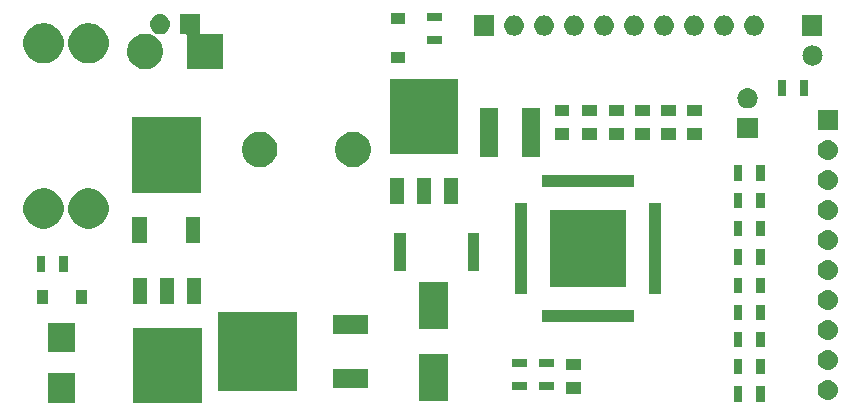
<source format=gts>
%TF.GenerationSoftware,KiCad,Pcbnew,(5.0.2)-1*%
%TF.CreationDate,2019-01-18T18:03:32+08:00*%
%TF.ProjectId,TLF35584 breakout,544c4633-3535-4383-9420-627265616b6f,rev?*%
%TF.SameCoordinates,Original*%
%TF.FileFunction,Soldermask,Top*%
%TF.FilePolarity,Negative*%
%FSLAX46Y46*%
G04 Gerber Fmt 4.6, Leading zero omitted, Abs format (unit mm)*
G04 Created by KiCad (PCBNEW (5.0.2)-1) date 18/01/2019 18:03:32*
%MOMM*%
%LPD*%
G01*
G04 APERTURE LIST*
%ADD10C,0.500000*%
G04 APERTURE END LIST*
D10*
G36*
X131575000Y-112575000D02*
X125775000Y-112575000D01*
X125775000Y-106175000D01*
X131575000Y-106175000D01*
X131575000Y-112575000D01*
X131575000Y-112575000D01*
G37*
G36*
X120850000Y-112550000D02*
X118550000Y-112550000D01*
X118550000Y-110050000D01*
X120850000Y-110050000D01*
X120850000Y-112550000D01*
X120850000Y-112550000D01*
G37*
G36*
X179250000Y-112450000D02*
X178550000Y-112450000D01*
X178550000Y-111150000D01*
X179250000Y-111150000D01*
X179250000Y-112450000D01*
X179250000Y-112450000D01*
G37*
G36*
X177350000Y-112450000D02*
X176650000Y-112450000D01*
X176650000Y-111150000D01*
X177350000Y-111150000D01*
X177350000Y-112450000D01*
X177350000Y-112450000D01*
G37*
G36*
X152450000Y-112400000D02*
X149950000Y-112400000D01*
X149950000Y-108400000D01*
X152450000Y-108400000D01*
X152450000Y-112400000D01*
X152450000Y-112400000D01*
G37*
G36*
X184766630Y-110622299D02*
X184926855Y-110670903D01*
X185074520Y-110749831D01*
X185203949Y-110856051D01*
X185310169Y-110985480D01*
X185389097Y-111133145D01*
X185437701Y-111293370D01*
X185454112Y-111460000D01*
X185437701Y-111626630D01*
X185389097Y-111786855D01*
X185310169Y-111934520D01*
X185203949Y-112063949D01*
X185074520Y-112170169D01*
X184926855Y-112249097D01*
X184766630Y-112297701D01*
X184641752Y-112310000D01*
X184558248Y-112310000D01*
X184433370Y-112297701D01*
X184273145Y-112249097D01*
X184125480Y-112170169D01*
X183996051Y-112063949D01*
X183889831Y-111934520D01*
X183810903Y-111786855D01*
X183762299Y-111626630D01*
X183745888Y-111460000D01*
X183762299Y-111293370D01*
X183810903Y-111133145D01*
X183889831Y-110985480D01*
X183996051Y-110856051D01*
X184125480Y-110749831D01*
X184273145Y-110670903D01*
X184433370Y-110622299D01*
X184558248Y-110610000D01*
X184641752Y-110610000D01*
X184766630Y-110622299D01*
X184766630Y-110622299D01*
G37*
G36*
X163725000Y-111800000D02*
X162475000Y-111800000D01*
X162475000Y-110800000D01*
X163725000Y-110800000D01*
X163725000Y-111800000D01*
X163725000Y-111800000D01*
G37*
G36*
X139700000Y-111550000D02*
X133000000Y-111550000D01*
X133000000Y-104850000D01*
X139700000Y-104850000D01*
X139700000Y-111550000D01*
X139700000Y-111550000D01*
G37*
G36*
X161450000Y-111450000D02*
X160150000Y-111450000D01*
X160150000Y-110750000D01*
X161450000Y-110750000D01*
X161450000Y-111450000D01*
X161450000Y-111450000D01*
G37*
G36*
X159150000Y-111450000D02*
X157850000Y-111450000D01*
X157850000Y-110750000D01*
X159150000Y-110750000D01*
X159150000Y-111450000D01*
X159150000Y-111450000D01*
G37*
G36*
X145700000Y-111300000D02*
X142700000Y-111300000D01*
X142700000Y-109700000D01*
X145700000Y-109700000D01*
X145700000Y-111300000D01*
X145700000Y-111300000D01*
G37*
G36*
X177350000Y-110150000D02*
X176650000Y-110150000D01*
X176650000Y-108850000D01*
X177350000Y-108850000D01*
X177350000Y-110150000D01*
X177350000Y-110150000D01*
G37*
G36*
X179250000Y-110150000D02*
X178550000Y-110150000D01*
X178550000Y-108850000D01*
X179250000Y-108850000D01*
X179250000Y-110150000D01*
X179250000Y-110150000D01*
G37*
G36*
X163725000Y-109800000D02*
X162475000Y-109800000D01*
X162475000Y-108800000D01*
X163725000Y-108800000D01*
X163725000Y-109800000D01*
X163725000Y-109800000D01*
G37*
G36*
X184766630Y-108082299D02*
X184926855Y-108130903D01*
X185074520Y-108209831D01*
X185203949Y-108316051D01*
X185310169Y-108445480D01*
X185389097Y-108593145D01*
X185437701Y-108753370D01*
X185454112Y-108920000D01*
X185437701Y-109086630D01*
X185389097Y-109246855D01*
X185310169Y-109394520D01*
X185203949Y-109523949D01*
X185074520Y-109630169D01*
X184926855Y-109709097D01*
X184766630Y-109757701D01*
X184641752Y-109770000D01*
X184558248Y-109770000D01*
X184433370Y-109757701D01*
X184273145Y-109709097D01*
X184125480Y-109630169D01*
X183996051Y-109523949D01*
X183889831Y-109394520D01*
X183810903Y-109246855D01*
X183762299Y-109086630D01*
X183745888Y-108920000D01*
X183762299Y-108753370D01*
X183810903Y-108593145D01*
X183889831Y-108445480D01*
X183996051Y-108316051D01*
X184125480Y-108209831D01*
X184273145Y-108130903D01*
X184433370Y-108082299D01*
X184558248Y-108070000D01*
X184641752Y-108070000D01*
X184766630Y-108082299D01*
X184766630Y-108082299D01*
G37*
G36*
X159150000Y-109550000D02*
X157850000Y-109550000D01*
X157850000Y-108850000D01*
X159150000Y-108850000D01*
X159150000Y-109550000D01*
X159150000Y-109550000D01*
G37*
G36*
X161450000Y-109550000D02*
X160150000Y-109550000D01*
X160150000Y-108850000D01*
X161450000Y-108850000D01*
X161450000Y-109550000D01*
X161450000Y-109550000D01*
G37*
G36*
X120850000Y-108250000D02*
X118550000Y-108250000D01*
X118550000Y-105750000D01*
X120850000Y-105750000D01*
X120850000Y-108250000D01*
X120850000Y-108250000D01*
G37*
G36*
X179250000Y-107850000D02*
X178550000Y-107850000D01*
X178550000Y-106550000D01*
X179250000Y-106550000D01*
X179250000Y-107850000D01*
X179250000Y-107850000D01*
G37*
G36*
X177350000Y-107850000D02*
X176650000Y-107850000D01*
X176650000Y-106550000D01*
X177350000Y-106550000D01*
X177350000Y-107850000D01*
X177350000Y-107850000D01*
G37*
G36*
X184766630Y-105542299D02*
X184926855Y-105590903D01*
X185074520Y-105669831D01*
X185203949Y-105776051D01*
X185310169Y-105905480D01*
X185389097Y-106053145D01*
X185437701Y-106213370D01*
X185454112Y-106380000D01*
X185437701Y-106546630D01*
X185389097Y-106706855D01*
X185310169Y-106854520D01*
X185203949Y-106983949D01*
X185074520Y-107090169D01*
X184926855Y-107169097D01*
X184766630Y-107217701D01*
X184641752Y-107230000D01*
X184558248Y-107230000D01*
X184433370Y-107217701D01*
X184273145Y-107169097D01*
X184125480Y-107090169D01*
X183996051Y-106983949D01*
X183889831Y-106854520D01*
X183810903Y-106706855D01*
X183762299Y-106546630D01*
X183745888Y-106380000D01*
X183762299Y-106213370D01*
X183810903Y-106053145D01*
X183889831Y-105905480D01*
X183996051Y-105776051D01*
X184125480Y-105669831D01*
X184273145Y-105590903D01*
X184433370Y-105542299D01*
X184558248Y-105530000D01*
X184641752Y-105530000D01*
X184766630Y-105542299D01*
X184766630Y-105542299D01*
G37*
G36*
X145700000Y-106720000D02*
X142700000Y-106720000D01*
X142700000Y-105120000D01*
X145700000Y-105120000D01*
X145700000Y-106720000D01*
X145700000Y-106720000D01*
G37*
G36*
X152450000Y-106300000D02*
X149950000Y-106300000D01*
X149950000Y-102300000D01*
X152450000Y-102300000D01*
X152450000Y-106300000D01*
X152450000Y-106300000D01*
G37*
G36*
X168175000Y-105700000D02*
X160425000Y-105700000D01*
X160425000Y-104700000D01*
X168175000Y-104700000D01*
X168175000Y-105700000D01*
X168175000Y-105700000D01*
G37*
G36*
X177350000Y-105550000D02*
X176650000Y-105550000D01*
X176650000Y-104250000D01*
X177350000Y-104250000D01*
X177350000Y-105550000D01*
X177350000Y-105550000D01*
G37*
G36*
X179250000Y-105550000D02*
X178550000Y-105550000D01*
X178550000Y-104250000D01*
X179250000Y-104250000D01*
X179250000Y-105550000D01*
X179250000Y-105550000D01*
G37*
G36*
X184766630Y-103002299D02*
X184926855Y-103050903D01*
X185074520Y-103129831D01*
X185203949Y-103236051D01*
X185310169Y-103365480D01*
X185389097Y-103513145D01*
X185437701Y-103673370D01*
X185454112Y-103840000D01*
X185437701Y-104006630D01*
X185389097Y-104166855D01*
X185310169Y-104314520D01*
X185203949Y-104443949D01*
X185074520Y-104550169D01*
X184926855Y-104629097D01*
X184766630Y-104677701D01*
X184641752Y-104690000D01*
X184558248Y-104690000D01*
X184433370Y-104677701D01*
X184273145Y-104629097D01*
X184125480Y-104550169D01*
X183996051Y-104443949D01*
X183889831Y-104314520D01*
X183810903Y-104166855D01*
X183762299Y-104006630D01*
X183745888Y-103840000D01*
X183762299Y-103673370D01*
X183810903Y-103513145D01*
X183889831Y-103365480D01*
X183996051Y-103236051D01*
X184125480Y-103129831D01*
X184273145Y-103050903D01*
X184433370Y-103002299D01*
X184558248Y-102990000D01*
X184641752Y-102990000D01*
X184766630Y-103002299D01*
X184766630Y-103002299D01*
G37*
G36*
X118550000Y-104200000D02*
X117650000Y-104200000D01*
X117650000Y-103000000D01*
X118550000Y-103000000D01*
X118550000Y-104200000D01*
X118550000Y-104200000D01*
G37*
G36*
X121850000Y-104200000D02*
X120950000Y-104200000D01*
X120950000Y-103000000D01*
X121850000Y-103000000D01*
X121850000Y-104200000D01*
X121850000Y-104200000D01*
G37*
G36*
X126995000Y-104175000D02*
X125795000Y-104175000D01*
X125795000Y-101975000D01*
X126995000Y-101975000D01*
X126995000Y-104175000D01*
X126995000Y-104175000D01*
G37*
G36*
X131555000Y-104175000D02*
X130355000Y-104175000D01*
X130355000Y-101975000D01*
X131555000Y-101975000D01*
X131555000Y-104175000D01*
X131555000Y-104175000D01*
G37*
G36*
X129275000Y-104175000D02*
X128075000Y-104175000D01*
X128075000Y-101975000D01*
X129275000Y-101975000D01*
X129275000Y-104175000D01*
X129275000Y-104175000D01*
G37*
G36*
X170500000Y-103375000D02*
X169500000Y-103375000D01*
X169500000Y-95625000D01*
X170500000Y-95625000D01*
X170500000Y-103375000D01*
X170500000Y-103375000D01*
G37*
G36*
X159100000Y-103375000D02*
X158100000Y-103375000D01*
X158100000Y-95625000D01*
X159100000Y-95625000D01*
X159100000Y-103375000D01*
X159100000Y-103375000D01*
G37*
G36*
X179250000Y-103250000D02*
X178550000Y-103250000D01*
X178550000Y-101950000D01*
X179250000Y-101950000D01*
X179250000Y-103250000D01*
X179250000Y-103250000D01*
G37*
G36*
X177350000Y-103250000D02*
X176650000Y-103250000D01*
X176650000Y-101950000D01*
X177350000Y-101950000D01*
X177350000Y-103250000D01*
X177350000Y-103250000D01*
G37*
G36*
X167550000Y-102750000D02*
X161050000Y-102750000D01*
X161050000Y-96250000D01*
X167550000Y-96250000D01*
X167550000Y-102750000D01*
X167550000Y-102750000D01*
G37*
G36*
X184766630Y-100462299D02*
X184926855Y-100510903D01*
X185074520Y-100589831D01*
X185203949Y-100696051D01*
X185310169Y-100825480D01*
X185389097Y-100973145D01*
X185437701Y-101133370D01*
X185454112Y-101300000D01*
X185437701Y-101466630D01*
X185389097Y-101626855D01*
X185310169Y-101774520D01*
X185203949Y-101903949D01*
X185074520Y-102010169D01*
X184926855Y-102089097D01*
X184766630Y-102137701D01*
X184641752Y-102150000D01*
X184558248Y-102150000D01*
X184433370Y-102137701D01*
X184273145Y-102089097D01*
X184125480Y-102010169D01*
X183996051Y-101903949D01*
X183889831Y-101774520D01*
X183810903Y-101626855D01*
X183762299Y-101466630D01*
X183745888Y-101300000D01*
X183762299Y-101133370D01*
X183810903Y-100973145D01*
X183889831Y-100825480D01*
X183996051Y-100696051D01*
X184125480Y-100589831D01*
X184273145Y-100510903D01*
X184433370Y-100462299D01*
X184558248Y-100450000D01*
X184641752Y-100450000D01*
X184766630Y-100462299D01*
X184766630Y-100462299D01*
G37*
G36*
X120250000Y-101450000D02*
X119550000Y-101450000D01*
X119550000Y-100150000D01*
X120250000Y-100150000D01*
X120250000Y-101450000D01*
X120250000Y-101450000D01*
G37*
G36*
X118350000Y-101450000D02*
X117650000Y-101450000D01*
X117650000Y-100150000D01*
X118350000Y-100150000D01*
X118350000Y-101450000D01*
X118350000Y-101450000D01*
G37*
G36*
X155100000Y-101400000D02*
X154100000Y-101400000D01*
X154100000Y-98200000D01*
X155100000Y-98200000D01*
X155100000Y-101400000D01*
X155100000Y-101400000D01*
G37*
G36*
X148900000Y-101400000D02*
X147900000Y-101400000D01*
X147900000Y-98200000D01*
X148900000Y-98200000D01*
X148900000Y-101400000D01*
X148900000Y-101400000D01*
G37*
G36*
X177350000Y-100850000D02*
X176650000Y-100850000D01*
X176650000Y-99550000D01*
X177350000Y-99550000D01*
X177350000Y-100850000D01*
X177350000Y-100850000D01*
G37*
G36*
X179250000Y-100850000D02*
X178550000Y-100850000D01*
X178550000Y-99550000D01*
X179250000Y-99550000D01*
X179250000Y-100850000D01*
X179250000Y-100850000D01*
G37*
G36*
X184766630Y-97922299D02*
X184926855Y-97970903D01*
X185074520Y-98049831D01*
X185203949Y-98156051D01*
X185310169Y-98285480D01*
X185389097Y-98433145D01*
X185437701Y-98593370D01*
X185454112Y-98760000D01*
X185437701Y-98926630D01*
X185389097Y-99086855D01*
X185310169Y-99234520D01*
X185203949Y-99363949D01*
X185074520Y-99470169D01*
X184926855Y-99549097D01*
X184766630Y-99597701D01*
X184641752Y-99610000D01*
X184558248Y-99610000D01*
X184433370Y-99597701D01*
X184273145Y-99549097D01*
X184125480Y-99470169D01*
X183996051Y-99363949D01*
X183889831Y-99234520D01*
X183810903Y-99086855D01*
X183762299Y-98926630D01*
X183745888Y-98760000D01*
X183762299Y-98593370D01*
X183810903Y-98433145D01*
X183889831Y-98285480D01*
X183996051Y-98156051D01*
X184125480Y-98049831D01*
X184273145Y-97970903D01*
X184433370Y-97922299D01*
X184558248Y-97910000D01*
X184641752Y-97910000D01*
X184766630Y-97922299D01*
X184766630Y-97922299D01*
G37*
G36*
X126920000Y-98975000D02*
X125720000Y-98975000D01*
X125720000Y-96775000D01*
X126920000Y-96775000D01*
X126920000Y-98975000D01*
X126920000Y-98975000D01*
G37*
G36*
X131480000Y-98975000D02*
X130280000Y-98975000D01*
X130280000Y-96775000D01*
X131480000Y-96775000D01*
X131480000Y-98975000D01*
X131480000Y-98975000D01*
G37*
G36*
X179250000Y-98450000D02*
X178550000Y-98450000D01*
X178550000Y-97150000D01*
X179250000Y-97150000D01*
X179250000Y-98450000D01*
X179250000Y-98450000D01*
G37*
G36*
X177350000Y-98450000D02*
X176650000Y-98450000D01*
X176650000Y-97150000D01*
X177350000Y-97150000D01*
X177350000Y-98450000D01*
X177350000Y-98450000D01*
G37*
G36*
X118586393Y-94443553D02*
X118695872Y-94465330D01*
X119005252Y-94593479D01*
X119283687Y-94779523D01*
X119520477Y-95016313D01*
X119706521Y-95294748D01*
X119834670Y-95604128D01*
X119900000Y-95932565D01*
X119900000Y-96267435D01*
X119834670Y-96595872D01*
X119706521Y-96905252D01*
X119520477Y-97183687D01*
X119283687Y-97420477D01*
X119005252Y-97606521D01*
X118695872Y-97734670D01*
X118586393Y-97756447D01*
X118367437Y-97800000D01*
X118032563Y-97800000D01*
X117813607Y-97756447D01*
X117704128Y-97734670D01*
X117394748Y-97606521D01*
X117116313Y-97420477D01*
X116879523Y-97183687D01*
X116693479Y-96905252D01*
X116565330Y-96595872D01*
X116500000Y-96267435D01*
X116500000Y-95932565D01*
X116565330Y-95604128D01*
X116693479Y-95294748D01*
X116879523Y-95016313D01*
X117116313Y-94779523D01*
X117394748Y-94593479D01*
X117704128Y-94465330D01*
X117813607Y-94443553D01*
X118032563Y-94400000D01*
X118367437Y-94400000D01*
X118586393Y-94443553D01*
X118586393Y-94443553D01*
G37*
G36*
X122386393Y-94443553D02*
X122495872Y-94465330D01*
X122805252Y-94593479D01*
X123083687Y-94779523D01*
X123320477Y-95016313D01*
X123506521Y-95294748D01*
X123634670Y-95604128D01*
X123700000Y-95932565D01*
X123700000Y-96267435D01*
X123634670Y-96595872D01*
X123506521Y-96905252D01*
X123320477Y-97183687D01*
X123083687Y-97420477D01*
X122805252Y-97606521D01*
X122495872Y-97734670D01*
X122386393Y-97756447D01*
X122167437Y-97800000D01*
X121832563Y-97800000D01*
X121613607Y-97756447D01*
X121504128Y-97734670D01*
X121194748Y-97606521D01*
X120916313Y-97420477D01*
X120679523Y-97183687D01*
X120493479Y-96905252D01*
X120365330Y-96595872D01*
X120300000Y-96267435D01*
X120300000Y-95932565D01*
X120365330Y-95604128D01*
X120493479Y-95294748D01*
X120679523Y-95016313D01*
X120916313Y-94779523D01*
X121194748Y-94593479D01*
X121504128Y-94465330D01*
X121613607Y-94443553D01*
X121832563Y-94400000D01*
X122167437Y-94400000D01*
X122386393Y-94443553D01*
X122386393Y-94443553D01*
G37*
G36*
X184766630Y-95382299D02*
X184926855Y-95430903D01*
X185074520Y-95509831D01*
X185203949Y-95616051D01*
X185310169Y-95745480D01*
X185389097Y-95893145D01*
X185437701Y-96053370D01*
X185454112Y-96220000D01*
X185437701Y-96386630D01*
X185389097Y-96546855D01*
X185310169Y-96694520D01*
X185203949Y-96823949D01*
X185074520Y-96930169D01*
X184926855Y-97009097D01*
X184766630Y-97057701D01*
X184641752Y-97070000D01*
X184558248Y-97070000D01*
X184433370Y-97057701D01*
X184273145Y-97009097D01*
X184125480Y-96930169D01*
X183996051Y-96823949D01*
X183889831Y-96694520D01*
X183810903Y-96546855D01*
X183762299Y-96386630D01*
X183745888Y-96220000D01*
X183762299Y-96053370D01*
X183810903Y-95893145D01*
X183889831Y-95745480D01*
X183996051Y-95616051D01*
X184125480Y-95509831D01*
X184273145Y-95430903D01*
X184433370Y-95382299D01*
X184558248Y-95370000D01*
X184641752Y-95370000D01*
X184766630Y-95382299D01*
X184766630Y-95382299D01*
G37*
G36*
X177350000Y-96050000D02*
X176650000Y-96050000D01*
X176650000Y-94750000D01*
X177350000Y-94750000D01*
X177350000Y-96050000D01*
X177350000Y-96050000D01*
G37*
G36*
X179250000Y-96050000D02*
X178550000Y-96050000D01*
X178550000Y-94750000D01*
X179250000Y-94750000D01*
X179250000Y-96050000D01*
X179250000Y-96050000D01*
G37*
G36*
X151000000Y-95700000D02*
X149800000Y-95700000D01*
X149800000Y-93500000D01*
X151000000Y-93500000D01*
X151000000Y-95700000D01*
X151000000Y-95700000D01*
G37*
G36*
X148720000Y-95700000D02*
X147520000Y-95700000D01*
X147520000Y-93500000D01*
X148720000Y-93500000D01*
X148720000Y-95700000D01*
X148720000Y-95700000D01*
G37*
G36*
X153280000Y-95700000D02*
X152080000Y-95700000D01*
X152080000Y-93500000D01*
X153280000Y-93500000D01*
X153280000Y-95700000D01*
X153280000Y-95700000D01*
G37*
G36*
X131500000Y-94775000D02*
X125700000Y-94775000D01*
X125700000Y-88375000D01*
X131500000Y-88375000D01*
X131500000Y-94775000D01*
X131500000Y-94775000D01*
G37*
G36*
X184766630Y-92842299D02*
X184926855Y-92890903D01*
X185074520Y-92969831D01*
X185203949Y-93076051D01*
X185310169Y-93205480D01*
X185389097Y-93353145D01*
X185437701Y-93513370D01*
X185454112Y-93680000D01*
X185437701Y-93846630D01*
X185389097Y-94006855D01*
X185310169Y-94154520D01*
X185203949Y-94283949D01*
X185074520Y-94390169D01*
X184926855Y-94469097D01*
X184766630Y-94517701D01*
X184641752Y-94530000D01*
X184558248Y-94530000D01*
X184433370Y-94517701D01*
X184273145Y-94469097D01*
X184125480Y-94390169D01*
X183996051Y-94283949D01*
X183889831Y-94154520D01*
X183810903Y-94006855D01*
X183762299Y-93846630D01*
X183745888Y-93680000D01*
X183762299Y-93513370D01*
X183810903Y-93353145D01*
X183889831Y-93205480D01*
X183996051Y-93076051D01*
X184125480Y-92969831D01*
X184273145Y-92890903D01*
X184433370Y-92842299D01*
X184558248Y-92830000D01*
X184641752Y-92830000D01*
X184766630Y-92842299D01*
X184766630Y-92842299D01*
G37*
G36*
X168175000Y-94300000D02*
X160425000Y-94300000D01*
X160425000Y-93300000D01*
X168175000Y-93300000D01*
X168175000Y-94300000D01*
X168175000Y-94300000D01*
G37*
G36*
X177350000Y-93750000D02*
X176650000Y-93750000D01*
X176650000Y-92450000D01*
X177350000Y-92450000D01*
X177350000Y-93750000D01*
X177350000Y-93750000D01*
G37*
G36*
X179250000Y-93750000D02*
X178550000Y-93750000D01*
X178550000Y-92450000D01*
X179250000Y-92450000D01*
X179250000Y-93750000D01*
X179250000Y-93750000D01*
G37*
G36*
X136840935Y-89638429D02*
X136937534Y-89657644D01*
X137210517Y-89770717D01*
X137452920Y-89932687D01*
X137456197Y-89934876D01*
X137665124Y-90143803D01*
X137665126Y-90143806D01*
X137829283Y-90389483D01*
X137942356Y-90662466D01*
X137942956Y-90665481D01*
X138000000Y-90952261D01*
X138000000Y-91247739D01*
X137942356Y-91537533D01*
X137829284Y-91810515D01*
X137665124Y-92056197D01*
X137456197Y-92265124D01*
X137456194Y-92265126D01*
X137210517Y-92429283D01*
X136937534Y-92542356D01*
X136840935Y-92561571D01*
X136647739Y-92600000D01*
X136352261Y-92600000D01*
X136159065Y-92561571D01*
X136062466Y-92542356D01*
X135789483Y-92429283D01*
X135543806Y-92265126D01*
X135543803Y-92265124D01*
X135334876Y-92056197D01*
X135170716Y-91810515D01*
X135057644Y-91537533D01*
X135000000Y-91247739D01*
X135000000Y-90952261D01*
X135057044Y-90665481D01*
X135057644Y-90662466D01*
X135170717Y-90389483D01*
X135334874Y-90143806D01*
X135334876Y-90143803D01*
X135543803Y-89934876D01*
X135547080Y-89932687D01*
X135789483Y-89770717D01*
X136062466Y-89657644D01*
X136159065Y-89638429D01*
X136352261Y-89600000D01*
X136647739Y-89600000D01*
X136840935Y-89638429D01*
X136840935Y-89638429D01*
G37*
G36*
X144740935Y-89638429D02*
X144837534Y-89657644D01*
X145110517Y-89770717D01*
X145352920Y-89932687D01*
X145356197Y-89934876D01*
X145565124Y-90143803D01*
X145565126Y-90143806D01*
X145729283Y-90389483D01*
X145842356Y-90662466D01*
X145842956Y-90665481D01*
X145900000Y-90952261D01*
X145900000Y-91247739D01*
X145842356Y-91537533D01*
X145729284Y-91810515D01*
X145565124Y-92056197D01*
X145356197Y-92265124D01*
X145356194Y-92265126D01*
X145110517Y-92429283D01*
X144837534Y-92542356D01*
X144740935Y-92561571D01*
X144547739Y-92600000D01*
X144252261Y-92600000D01*
X144059065Y-92561571D01*
X143962466Y-92542356D01*
X143689483Y-92429283D01*
X143443806Y-92265126D01*
X143443803Y-92265124D01*
X143234876Y-92056197D01*
X143070716Y-91810515D01*
X142957644Y-91537533D01*
X142900000Y-91247739D01*
X142900000Y-90952261D01*
X142957044Y-90665481D01*
X142957644Y-90662466D01*
X143070717Y-90389483D01*
X143234874Y-90143806D01*
X143234876Y-90143803D01*
X143443803Y-89934876D01*
X143447080Y-89932687D01*
X143689483Y-89770717D01*
X143962466Y-89657644D01*
X144059065Y-89638429D01*
X144252261Y-89600000D01*
X144547739Y-89600000D01*
X144740935Y-89638429D01*
X144740935Y-89638429D01*
G37*
G36*
X184766630Y-90302299D02*
X184926855Y-90350903D01*
X185074520Y-90429831D01*
X185203949Y-90536051D01*
X185310169Y-90665480D01*
X185389097Y-90813145D01*
X185437701Y-90973370D01*
X185454112Y-91140000D01*
X185437701Y-91306630D01*
X185389097Y-91466855D01*
X185310169Y-91614520D01*
X185203949Y-91743949D01*
X185074520Y-91850169D01*
X184926855Y-91929097D01*
X184766630Y-91977701D01*
X184641752Y-91990000D01*
X184558248Y-91990000D01*
X184433370Y-91977701D01*
X184273145Y-91929097D01*
X184125480Y-91850169D01*
X183996051Y-91743949D01*
X183889831Y-91614520D01*
X183810903Y-91466855D01*
X183762299Y-91306630D01*
X183745888Y-91140000D01*
X183762299Y-90973370D01*
X183810903Y-90813145D01*
X183889831Y-90665480D01*
X183996051Y-90536051D01*
X184125480Y-90429831D01*
X184273145Y-90350903D01*
X184433370Y-90302299D01*
X184558248Y-90290000D01*
X184641752Y-90290000D01*
X184766630Y-90302299D01*
X184766630Y-90302299D01*
G37*
G36*
X156650000Y-91750000D02*
X155150000Y-91750000D01*
X155150000Y-87550000D01*
X156650000Y-87550000D01*
X156650000Y-91750000D01*
X156650000Y-91750000D01*
G37*
G36*
X160250000Y-91750000D02*
X158750000Y-91750000D01*
X158750000Y-87550000D01*
X160250000Y-87550000D01*
X160250000Y-91750000D01*
X160250000Y-91750000D01*
G37*
G36*
X153300000Y-91500000D02*
X147500000Y-91500000D01*
X147500000Y-85100000D01*
X153300000Y-85100000D01*
X153300000Y-91500000D01*
X153300000Y-91500000D01*
G37*
G36*
X162725000Y-90300000D02*
X161475000Y-90300000D01*
X161475000Y-89300000D01*
X162725000Y-89300000D01*
X162725000Y-90300000D01*
X162725000Y-90300000D01*
G37*
G36*
X173925000Y-90300000D02*
X172675000Y-90300000D01*
X172675000Y-89300000D01*
X173925000Y-89300000D01*
X173925000Y-90300000D01*
X173925000Y-90300000D01*
G37*
G36*
X171725000Y-90300000D02*
X170475000Y-90300000D01*
X170475000Y-89300000D01*
X171725000Y-89300000D01*
X171725000Y-90300000D01*
X171725000Y-90300000D01*
G37*
G36*
X169525000Y-90300000D02*
X168275000Y-90300000D01*
X168275000Y-89300000D01*
X169525000Y-89300000D01*
X169525000Y-90300000D01*
X169525000Y-90300000D01*
G37*
G36*
X167325000Y-90300000D02*
X166075000Y-90300000D01*
X166075000Y-89300000D01*
X167325000Y-89300000D01*
X167325000Y-90300000D01*
X167325000Y-90300000D01*
G37*
G36*
X165025000Y-90300000D02*
X163775000Y-90300000D01*
X163775000Y-89300000D01*
X165025000Y-89300000D01*
X165025000Y-90300000D01*
X165025000Y-90300000D01*
G37*
G36*
X178650000Y-90150000D02*
X176950000Y-90150000D01*
X176950000Y-88450000D01*
X178650000Y-88450000D01*
X178650000Y-90150000D01*
X178650000Y-90150000D01*
G37*
G36*
X185450000Y-89450000D02*
X183750000Y-89450000D01*
X183750000Y-87750000D01*
X185450000Y-87750000D01*
X185450000Y-89450000D01*
X185450000Y-89450000D01*
G37*
G36*
X173925000Y-88300000D02*
X172675000Y-88300000D01*
X172675000Y-87300000D01*
X173925000Y-87300000D01*
X173925000Y-88300000D01*
X173925000Y-88300000D01*
G37*
G36*
X162725000Y-88300000D02*
X161475000Y-88300000D01*
X161475000Y-87300000D01*
X162725000Y-87300000D01*
X162725000Y-88300000D01*
X162725000Y-88300000D01*
G37*
G36*
X165025000Y-88300000D02*
X163775000Y-88300000D01*
X163775000Y-87300000D01*
X165025000Y-87300000D01*
X165025000Y-88300000D01*
X165025000Y-88300000D01*
G37*
G36*
X169525000Y-88300000D02*
X168275000Y-88300000D01*
X168275000Y-87300000D01*
X169525000Y-87300000D01*
X169525000Y-88300000D01*
X169525000Y-88300000D01*
G37*
G36*
X171725000Y-88300000D02*
X170475000Y-88300000D01*
X170475000Y-87300000D01*
X171725000Y-87300000D01*
X171725000Y-88300000D01*
X171725000Y-88300000D01*
G37*
G36*
X167325000Y-88300000D02*
X166075000Y-88300000D01*
X166075000Y-87300000D01*
X167325000Y-87300000D01*
X167325000Y-88300000D01*
X167325000Y-88300000D01*
G37*
G36*
X177966630Y-85922299D02*
X178126855Y-85970903D01*
X178274520Y-86049831D01*
X178403949Y-86156051D01*
X178510169Y-86285480D01*
X178589097Y-86433145D01*
X178637701Y-86593370D01*
X178654112Y-86760000D01*
X178637701Y-86926630D01*
X178589097Y-87086855D01*
X178510169Y-87234520D01*
X178403949Y-87363949D01*
X178274520Y-87470169D01*
X178126855Y-87549097D01*
X177966630Y-87597701D01*
X177841752Y-87610000D01*
X177758248Y-87610000D01*
X177633370Y-87597701D01*
X177473145Y-87549097D01*
X177325480Y-87470169D01*
X177196051Y-87363949D01*
X177089831Y-87234520D01*
X177010903Y-87086855D01*
X176962299Y-86926630D01*
X176945888Y-86760000D01*
X176962299Y-86593370D01*
X177010903Y-86433145D01*
X177089831Y-86285480D01*
X177196051Y-86156051D01*
X177325480Y-86049831D01*
X177473145Y-85970903D01*
X177633370Y-85922299D01*
X177758248Y-85910000D01*
X177841752Y-85910000D01*
X177966630Y-85922299D01*
X177966630Y-85922299D01*
G37*
G36*
X182950000Y-86550000D02*
X182250000Y-86550000D01*
X182250000Y-85250000D01*
X182950000Y-85250000D01*
X182950000Y-86550000D01*
X182950000Y-86550000D01*
G37*
G36*
X181050000Y-86550000D02*
X180350000Y-86550000D01*
X180350000Y-85250000D01*
X181050000Y-85250000D01*
X181050000Y-86550000D01*
X181050000Y-86550000D01*
G37*
G36*
X131450000Y-81175000D02*
X131452402Y-81199386D01*
X131459515Y-81222835D01*
X131471066Y-81244446D01*
X131486612Y-81263388D01*
X131505554Y-81278934D01*
X131527165Y-81290485D01*
X131550614Y-81297598D01*
X131575000Y-81300000D01*
X133380000Y-81300000D01*
X133380000Y-84300000D01*
X130380000Y-84300000D01*
X130380000Y-81475000D01*
X130377598Y-81450614D01*
X130370485Y-81427165D01*
X130358934Y-81405554D01*
X130343388Y-81386612D01*
X130324446Y-81371066D01*
X130302835Y-81359515D01*
X130279386Y-81352402D01*
X130255000Y-81350000D01*
X129750000Y-81350000D01*
X129750000Y-79650000D01*
X131450000Y-79650000D01*
X131450000Y-81175000D01*
X131450000Y-81175000D01*
G37*
G36*
X127137268Y-81337700D02*
X127237534Y-81357644D01*
X127510517Y-81470717D01*
X127710180Y-81604128D01*
X127756197Y-81634876D01*
X127965124Y-81843803D01*
X127965126Y-81843806D01*
X128129283Y-82089483D01*
X128212340Y-82290000D01*
X128242356Y-82362467D01*
X128300000Y-82652261D01*
X128300000Y-82947739D01*
X128294901Y-82973371D01*
X128242356Y-83237534D01*
X128166580Y-83420474D01*
X128129284Y-83510515D01*
X127965124Y-83756197D01*
X127756197Y-83965124D01*
X127756194Y-83965126D01*
X127510517Y-84129283D01*
X127237534Y-84242356D01*
X127140935Y-84261571D01*
X126947739Y-84300000D01*
X126652261Y-84300000D01*
X126459065Y-84261571D01*
X126362466Y-84242356D01*
X126089483Y-84129283D01*
X125843806Y-83965126D01*
X125843803Y-83965124D01*
X125634876Y-83756197D01*
X125470716Y-83510515D01*
X125433420Y-83420474D01*
X125357644Y-83237534D01*
X125305099Y-82973371D01*
X125300000Y-82947739D01*
X125300000Y-82652261D01*
X125357644Y-82362467D01*
X125387661Y-82290000D01*
X125470717Y-82089483D01*
X125634874Y-81843806D01*
X125634876Y-81843803D01*
X125843803Y-81634876D01*
X125889820Y-81604128D01*
X126089483Y-81470717D01*
X126362466Y-81357644D01*
X126462732Y-81337700D01*
X126652261Y-81300000D01*
X126947739Y-81300000D01*
X127137268Y-81337700D01*
X127137268Y-81337700D01*
G37*
G36*
X183466630Y-82302299D02*
X183626855Y-82350903D01*
X183774520Y-82429831D01*
X183903949Y-82536051D01*
X184010169Y-82665480D01*
X184089097Y-82813145D01*
X184137701Y-82973370D01*
X184154112Y-83140000D01*
X184137701Y-83306630D01*
X184089097Y-83466855D01*
X184010169Y-83614520D01*
X183903949Y-83743949D01*
X183774520Y-83850169D01*
X183626855Y-83929097D01*
X183466630Y-83977701D01*
X183341752Y-83990000D01*
X183258248Y-83990000D01*
X183133370Y-83977701D01*
X182973145Y-83929097D01*
X182825480Y-83850169D01*
X182696051Y-83743949D01*
X182589831Y-83614520D01*
X182510903Y-83466855D01*
X182462299Y-83306630D01*
X182445888Y-83140000D01*
X182462299Y-82973370D01*
X182510903Y-82813145D01*
X182589831Y-82665480D01*
X182696051Y-82536051D01*
X182825480Y-82429831D01*
X182973145Y-82350903D01*
X183133370Y-82302299D01*
X183258248Y-82290000D01*
X183341752Y-82290000D01*
X183466630Y-82302299D01*
X183466630Y-82302299D01*
G37*
G36*
X122335198Y-80433370D02*
X122495872Y-80465330D01*
X122805252Y-80593479D01*
X123083687Y-80779523D01*
X123320477Y-81016313D01*
X123506521Y-81294748D01*
X123634670Y-81604128D01*
X123700000Y-81932565D01*
X123700000Y-82267435D01*
X123634670Y-82595872D01*
X123506521Y-82905252D01*
X123320477Y-83183687D01*
X123083687Y-83420477D01*
X122805252Y-83606521D01*
X122495872Y-83734670D01*
X122387663Y-83756194D01*
X122167437Y-83800000D01*
X121832563Y-83800000D01*
X121612337Y-83756194D01*
X121504128Y-83734670D01*
X121194748Y-83606521D01*
X120916313Y-83420477D01*
X120679523Y-83183687D01*
X120493479Y-82905252D01*
X120365330Y-82595872D01*
X120300000Y-82267435D01*
X120300000Y-81932565D01*
X120365330Y-81604128D01*
X120493479Y-81294748D01*
X120679523Y-81016313D01*
X120916313Y-80779523D01*
X121194748Y-80593479D01*
X121504128Y-80465330D01*
X121664802Y-80433370D01*
X121832563Y-80400000D01*
X122167437Y-80400000D01*
X122335198Y-80433370D01*
X122335198Y-80433370D01*
G37*
G36*
X118535198Y-80433370D02*
X118695872Y-80465330D01*
X119005252Y-80593479D01*
X119283687Y-80779523D01*
X119520477Y-81016313D01*
X119706521Y-81294748D01*
X119834670Y-81604128D01*
X119900000Y-81932565D01*
X119900000Y-82267435D01*
X119834670Y-82595872D01*
X119706521Y-82905252D01*
X119520477Y-83183687D01*
X119283687Y-83420477D01*
X119005252Y-83606521D01*
X118695872Y-83734670D01*
X118587663Y-83756194D01*
X118367437Y-83800000D01*
X118032563Y-83800000D01*
X117812337Y-83756194D01*
X117704128Y-83734670D01*
X117394748Y-83606521D01*
X117116313Y-83420477D01*
X116879523Y-83183687D01*
X116693479Y-82905252D01*
X116565330Y-82595872D01*
X116500000Y-82267435D01*
X116500000Y-81932565D01*
X116565330Y-81604128D01*
X116693479Y-81294748D01*
X116879523Y-81016313D01*
X117116313Y-80779523D01*
X117394748Y-80593479D01*
X117704128Y-80465330D01*
X117864802Y-80433370D01*
X118032563Y-80400000D01*
X118367437Y-80400000D01*
X118535198Y-80433370D01*
X118535198Y-80433370D01*
G37*
G36*
X148800000Y-83750000D02*
X147600000Y-83750000D01*
X147600000Y-82850000D01*
X148800000Y-82850000D01*
X148800000Y-83750000D01*
X148800000Y-83750000D01*
G37*
G36*
X151950000Y-82150000D02*
X150650000Y-82150000D01*
X150650000Y-81450000D01*
X151950000Y-81450000D01*
X151950000Y-82150000D01*
X151950000Y-82150000D01*
G37*
G36*
X160746630Y-79762299D02*
X160906855Y-79810903D01*
X161054520Y-79889831D01*
X161183949Y-79996051D01*
X161290169Y-80125480D01*
X161369097Y-80273145D01*
X161417701Y-80433370D01*
X161434112Y-80600000D01*
X161417701Y-80766630D01*
X161369097Y-80926855D01*
X161290169Y-81074520D01*
X161183949Y-81203949D01*
X161054520Y-81310169D01*
X160906855Y-81389097D01*
X160746630Y-81437701D01*
X160621752Y-81450000D01*
X160538248Y-81450000D01*
X160413370Y-81437701D01*
X160253145Y-81389097D01*
X160105480Y-81310169D01*
X159976051Y-81203949D01*
X159869831Y-81074520D01*
X159790903Y-80926855D01*
X159742299Y-80766630D01*
X159725888Y-80600000D01*
X159742299Y-80433370D01*
X159790903Y-80273145D01*
X159869831Y-80125480D01*
X159976051Y-79996051D01*
X160105480Y-79889831D01*
X160253145Y-79810903D01*
X160413370Y-79762299D01*
X160538248Y-79750000D01*
X160621752Y-79750000D01*
X160746630Y-79762299D01*
X160746630Y-79762299D01*
G37*
G36*
X184150000Y-81450000D02*
X182450000Y-81450000D01*
X182450000Y-79750000D01*
X184150000Y-79750000D01*
X184150000Y-81450000D01*
X184150000Y-81450000D01*
G37*
G36*
X178526630Y-79762299D02*
X178686855Y-79810903D01*
X178834520Y-79889831D01*
X178963949Y-79996051D01*
X179070169Y-80125480D01*
X179149097Y-80273145D01*
X179197701Y-80433370D01*
X179214112Y-80600000D01*
X179197701Y-80766630D01*
X179149097Y-80926855D01*
X179070169Y-81074520D01*
X178963949Y-81203949D01*
X178834520Y-81310169D01*
X178686855Y-81389097D01*
X178526630Y-81437701D01*
X178401752Y-81450000D01*
X178318248Y-81450000D01*
X178193370Y-81437701D01*
X178033145Y-81389097D01*
X177885480Y-81310169D01*
X177756051Y-81203949D01*
X177649831Y-81074520D01*
X177570903Y-80926855D01*
X177522299Y-80766630D01*
X177505888Y-80600000D01*
X177522299Y-80433370D01*
X177570903Y-80273145D01*
X177649831Y-80125480D01*
X177756051Y-79996051D01*
X177885480Y-79889831D01*
X178033145Y-79810903D01*
X178193370Y-79762299D01*
X178318248Y-79750000D01*
X178401752Y-79750000D01*
X178526630Y-79762299D01*
X178526630Y-79762299D01*
G37*
G36*
X175986630Y-79762299D02*
X176146855Y-79810903D01*
X176294520Y-79889831D01*
X176423949Y-79996051D01*
X176530169Y-80125480D01*
X176609097Y-80273145D01*
X176657701Y-80433370D01*
X176674112Y-80600000D01*
X176657701Y-80766630D01*
X176609097Y-80926855D01*
X176530169Y-81074520D01*
X176423949Y-81203949D01*
X176294520Y-81310169D01*
X176146855Y-81389097D01*
X175986630Y-81437701D01*
X175861752Y-81450000D01*
X175778248Y-81450000D01*
X175653370Y-81437701D01*
X175493145Y-81389097D01*
X175345480Y-81310169D01*
X175216051Y-81203949D01*
X175109831Y-81074520D01*
X175030903Y-80926855D01*
X174982299Y-80766630D01*
X174965888Y-80600000D01*
X174982299Y-80433370D01*
X175030903Y-80273145D01*
X175109831Y-80125480D01*
X175216051Y-79996051D01*
X175345480Y-79889831D01*
X175493145Y-79810903D01*
X175653370Y-79762299D01*
X175778248Y-79750000D01*
X175861752Y-79750000D01*
X175986630Y-79762299D01*
X175986630Y-79762299D01*
G37*
G36*
X173446630Y-79762299D02*
X173606855Y-79810903D01*
X173754520Y-79889831D01*
X173883949Y-79996051D01*
X173990169Y-80125480D01*
X174069097Y-80273145D01*
X174117701Y-80433370D01*
X174134112Y-80600000D01*
X174117701Y-80766630D01*
X174069097Y-80926855D01*
X173990169Y-81074520D01*
X173883949Y-81203949D01*
X173754520Y-81310169D01*
X173606855Y-81389097D01*
X173446630Y-81437701D01*
X173321752Y-81450000D01*
X173238248Y-81450000D01*
X173113370Y-81437701D01*
X172953145Y-81389097D01*
X172805480Y-81310169D01*
X172676051Y-81203949D01*
X172569831Y-81074520D01*
X172490903Y-80926855D01*
X172442299Y-80766630D01*
X172425888Y-80600000D01*
X172442299Y-80433370D01*
X172490903Y-80273145D01*
X172569831Y-80125480D01*
X172676051Y-79996051D01*
X172805480Y-79889831D01*
X172953145Y-79810903D01*
X173113370Y-79762299D01*
X173238248Y-79750000D01*
X173321752Y-79750000D01*
X173446630Y-79762299D01*
X173446630Y-79762299D01*
G37*
G36*
X170906630Y-79762299D02*
X171066855Y-79810903D01*
X171214520Y-79889831D01*
X171343949Y-79996051D01*
X171450169Y-80125480D01*
X171529097Y-80273145D01*
X171577701Y-80433370D01*
X171594112Y-80600000D01*
X171577701Y-80766630D01*
X171529097Y-80926855D01*
X171450169Y-81074520D01*
X171343949Y-81203949D01*
X171214520Y-81310169D01*
X171066855Y-81389097D01*
X170906630Y-81437701D01*
X170781752Y-81450000D01*
X170698248Y-81450000D01*
X170573370Y-81437701D01*
X170413145Y-81389097D01*
X170265480Y-81310169D01*
X170136051Y-81203949D01*
X170029831Y-81074520D01*
X169950903Y-80926855D01*
X169902299Y-80766630D01*
X169885888Y-80600000D01*
X169902299Y-80433370D01*
X169950903Y-80273145D01*
X170029831Y-80125480D01*
X170136051Y-79996051D01*
X170265480Y-79889831D01*
X170413145Y-79810903D01*
X170573370Y-79762299D01*
X170698248Y-79750000D01*
X170781752Y-79750000D01*
X170906630Y-79762299D01*
X170906630Y-79762299D01*
G37*
G36*
X168366630Y-79762299D02*
X168526855Y-79810903D01*
X168674520Y-79889831D01*
X168803949Y-79996051D01*
X168910169Y-80125480D01*
X168989097Y-80273145D01*
X169037701Y-80433370D01*
X169054112Y-80600000D01*
X169037701Y-80766630D01*
X168989097Y-80926855D01*
X168910169Y-81074520D01*
X168803949Y-81203949D01*
X168674520Y-81310169D01*
X168526855Y-81389097D01*
X168366630Y-81437701D01*
X168241752Y-81450000D01*
X168158248Y-81450000D01*
X168033370Y-81437701D01*
X167873145Y-81389097D01*
X167725480Y-81310169D01*
X167596051Y-81203949D01*
X167489831Y-81074520D01*
X167410903Y-80926855D01*
X167362299Y-80766630D01*
X167345888Y-80600000D01*
X167362299Y-80433370D01*
X167410903Y-80273145D01*
X167489831Y-80125480D01*
X167596051Y-79996051D01*
X167725480Y-79889831D01*
X167873145Y-79810903D01*
X168033370Y-79762299D01*
X168158248Y-79750000D01*
X168241752Y-79750000D01*
X168366630Y-79762299D01*
X168366630Y-79762299D01*
G37*
G36*
X165826630Y-79762299D02*
X165986855Y-79810903D01*
X166134520Y-79889831D01*
X166263949Y-79996051D01*
X166370169Y-80125480D01*
X166449097Y-80273145D01*
X166497701Y-80433370D01*
X166514112Y-80600000D01*
X166497701Y-80766630D01*
X166449097Y-80926855D01*
X166370169Y-81074520D01*
X166263949Y-81203949D01*
X166134520Y-81310169D01*
X165986855Y-81389097D01*
X165826630Y-81437701D01*
X165701752Y-81450000D01*
X165618248Y-81450000D01*
X165493370Y-81437701D01*
X165333145Y-81389097D01*
X165185480Y-81310169D01*
X165056051Y-81203949D01*
X164949831Y-81074520D01*
X164870903Y-80926855D01*
X164822299Y-80766630D01*
X164805888Y-80600000D01*
X164822299Y-80433370D01*
X164870903Y-80273145D01*
X164949831Y-80125480D01*
X165056051Y-79996051D01*
X165185480Y-79889831D01*
X165333145Y-79810903D01*
X165493370Y-79762299D01*
X165618248Y-79750000D01*
X165701752Y-79750000D01*
X165826630Y-79762299D01*
X165826630Y-79762299D01*
G37*
G36*
X163286630Y-79762299D02*
X163446855Y-79810903D01*
X163594520Y-79889831D01*
X163723949Y-79996051D01*
X163830169Y-80125480D01*
X163909097Y-80273145D01*
X163957701Y-80433370D01*
X163974112Y-80600000D01*
X163957701Y-80766630D01*
X163909097Y-80926855D01*
X163830169Y-81074520D01*
X163723949Y-81203949D01*
X163594520Y-81310169D01*
X163446855Y-81389097D01*
X163286630Y-81437701D01*
X163161752Y-81450000D01*
X163078248Y-81450000D01*
X162953370Y-81437701D01*
X162793145Y-81389097D01*
X162645480Y-81310169D01*
X162516051Y-81203949D01*
X162409831Y-81074520D01*
X162330903Y-80926855D01*
X162282299Y-80766630D01*
X162265888Y-80600000D01*
X162282299Y-80433370D01*
X162330903Y-80273145D01*
X162409831Y-80125480D01*
X162516051Y-79996051D01*
X162645480Y-79889831D01*
X162793145Y-79810903D01*
X162953370Y-79762299D01*
X163078248Y-79750000D01*
X163161752Y-79750000D01*
X163286630Y-79762299D01*
X163286630Y-79762299D01*
G37*
G36*
X156350000Y-81450000D02*
X154650000Y-81450000D01*
X154650000Y-79750000D01*
X156350000Y-79750000D01*
X156350000Y-81450000D01*
X156350000Y-81450000D01*
G37*
G36*
X158206630Y-79762299D02*
X158366855Y-79810903D01*
X158514520Y-79889831D01*
X158643949Y-79996051D01*
X158750169Y-80125480D01*
X158829097Y-80273145D01*
X158877701Y-80433370D01*
X158894112Y-80600000D01*
X158877701Y-80766630D01*
X158829097Y-80926855D01*
X158750169Y-81074520D01*
X158643949Y-81203949D01*
X158514520Y-81310169D01*
X158366855Y-81389097D01*
X158206630Y-81437701D01*
X158081752Y-81450000D01*
X157998248Y-81450000D01*
X157873370Y-81437701D01*
X157713145Y-81389097D01*
X157565480Y-81310169D01*
X157436051Y-81203949D01*
X157329831Y-81074520D01*
X157250903Y-80926855D01*
X157202299Y-80766630D01*
X157185888Y-80600000D01*
X157202299Y-80433370D01*
X157250903Y-80273145D01*
X157329831Y-80125480D01*
X157436051Y-79996051D01*
X157565480Y-79889831D01*
X157713145Y-79810903D01*
X157873370Y-79762299D01*
X157998248Y-79750000D01*
X158081752Y-79750000D01*
X158206630Y-79762299D01*
X158206630Y-79762299D01*
G37*
G36*
X128226630Y-79662299D02*
X128386855Y-79710903D01*
X128534520Y-79789831D01*
X128663949Y-79896051D01*
X128770169Y-80025480D01*
X128849097Y-80173145D01*
X128897701Y-80333370D01*
X128914112Y-80500000D01*
X128897701Y-80666630D01*
X128849097Y-80826855D01*
X128770169Y-80974520D01*
X128663949Y-81103949D01*
X128534520Y-81210169D01*
X128386855Y-81289097D01*
X128226630Y-81337701D01*
X128101752Y-81350000D01*
X128018248Y-81350000D01*
X127893370Y-81337701D01*
X127733145Y-81289097D01*
X127585480Y-81210169D01*
X127456051Y-81103949D01*
X127349831Y-80974520D01*
X127270903Y-80826855D01*
X127222299Y-80666630D01*
X127205888Y-80500000D01*
X127222299Y-80333370D01*
X127270903Y-80173145D01*
X127349831Y-80025480D01*
X127456051Y-79896051D01*
X127585480Y-79789831D01*
X127733145Y-79710903D01*
X127893370Y-79662299D01*
X128018248Y-79650000D01*
X128101752Y-79650000D01*
X128226630Y-79662299D01*
X128226630Y-79662299D01*
G37*
G36*
X148800000Y-80450000D02*
X147600000Y-80450000D01*
X147600000Y-79550000D01*
X148800000Y-79550000D01*
X148800000Y-80450000D01*
X148800000Y-80450000D01*
G37*
G36*
X151950000Y-80250000D02*
X150650000Y-80250000D01*
X150650000Y-79550000D01*
X151950000Y-79550000D01*
X151950000Y-80250000D01*
X151950000Y-80250000D01*
G37*
M02*

</source>
